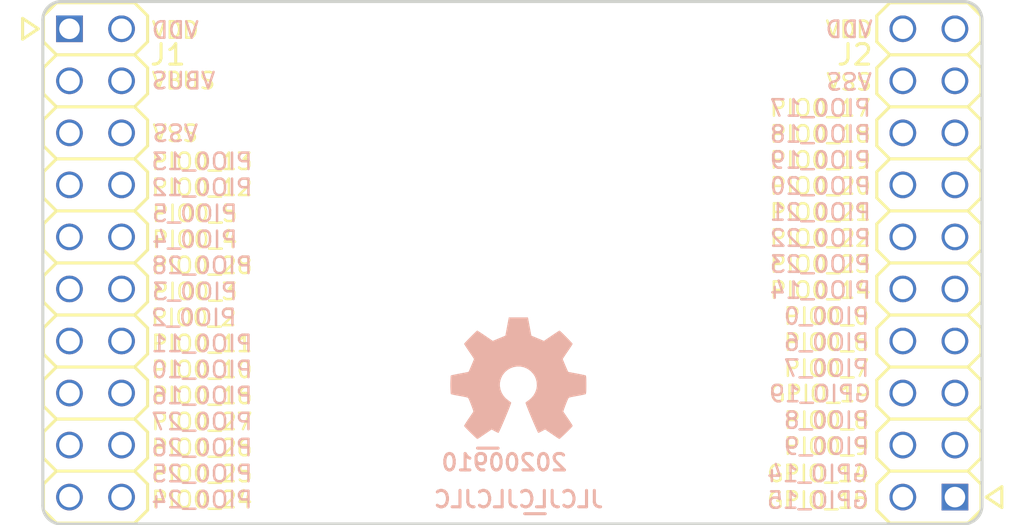
<source format=kicad_pcb>
(kicad_pcb (version 20171130) (host pcbnew 5.1.8-db9833491~87~ubuntu20.04.1)

  (general
    (thickness 1.6)
    (drawings 78)
    (tracks 0)
    (zones 0)
    (modules 5)
    (nets 34)
  )

  (page A4)
  (layers
    (0 F.Cu signal)
    (31 B.Cu signal)
    (32 B.Adhes user)
    (33 F.Adhes user)
    (34 B.Paste user)
    (35 F.Paste user)
    (36 B.SilkS user)
    (37 F.SilkS user)
    (38 B.Mask user)
    (39 F.Mask user)
    (40 Dwgs.User user)
    (41 Cmts.User user)
    (42 Eco1.User user)
    (43 Eco2.User user)
    (44 Edge.Cuts user)
    (45 Margin user)
    (46 B.CrtYd user)
    (47 F.CrtYd user)
    (48 B.Fab user)
    (49 F.Fab user)
  )

  (setup
    (last_trace_width 0.127)
    (user_trace_width 0.15)
    (user_trace_width 0.2)
    (user_trace_width 0.3)
    (user_trace_width 0.4)
    (user_trace_width 0.6)
    (user_trace_width 1)
    (user_trace_width 1.5)
    (user_trace_width 2)
    (trace_clearance 0.127)
    (zone_clearance 0.3)
    (zone_45_only no)
    (trace_min 0.127)
    (via_size 0.6)
    (via_drill 0.3)
    (via_min_size 0.6)
    (via_min_drill 0.3)
    (user_via 0.6 0.3)
    (user_via 0.65 0.4)
    (user_via 0.75 0.6)
    (user_via 0.95 0.8)
    (user_via 1.3 1)
    (user_via 1.5 1.2)
    (user_via 1.7 1.4)
    (user_via 1.9 1.6)
    (uvia_size 0.6)
    (uvia_drill 0.3)
    (uvias_allowed no)
    (uvia_min_size 0.381)
    (uvia_min_drill 0.254)
    (edge_width 0.15)
    (segment_width 0.2)
    (pcb_text_width 0.3)
    (pcb_text_size 1.5 1.5)
    (mod_edge_width 0.15)
    (mod_text_size 0.8 0.8)
    (mod_text_width 0.12)
    (pad_size 0.7 1.8)
    (pad_drill 0)
    (pad_to_mask_clearance 0.1)
    (aux_axis_origin 0 0)
    (visible_elements FFFFFF7F)
    (pcbplotparams
      (layerselection 0x010fc_ffffffff)
      (usegerberextensions false)
      (usegerberattributes false)
      (usegerberadvancedattributes false)
      (creategerberjobfile false)
      (excludeedgelayer false)
      (linewidth 0.150000)
      (plotframeref false)
      (viasonmask false)
      (mode 1)
      (useauxorigin false)
      (hpglpennumber 1)
      (hpglpenspeed 20)
      (hpglpendiameter 15.000000)
      (psnegative false)
      (psa4output false)
      (plotreference true)
      (plotvalue true)
      (plotinvisibletext false)
      (padsonsilk false)
      (subtractmaskfromsilk false)
      (outputformat 1)
      (mirror false)
      (drillshape 0)
      (scaleselection 1)
      (outputdirectory "plots/"))
  )

  (net 0 "")
  (net 1 /VBUS)
  (net 2 /PIO0_24)
  (net 3 /PIO0_25)
  (net 4 /PIO0_26)
  (net 5 /PIO0_27)
  (net 6 /PIO0_16)
  (net 7 /PIO0_10)
  (net 8 /PIO0_11)
  (net 9 /PIO0_2)
  (net 10 /PIO0_3)
  (net 11 /PIO0_28)
  (net 12 /PIO0_4)
  (net 13 /PIO0_5)
  (net 14 /PIO0_12)
  (net 15 /PIO0_13)
  (net 16 /VSS)
  (net 17 /VDD)
  (net 18 /PIO0_18)
  (net 19 /PIO0_17)
  (net 20 /PIO0_20)
  (net 21 /PIO0_19)
  (net 22 /PIO0_22)
  (net 23 /PIO0_21)
  (net 24 /PIO0_14)
  (net 25 /PIO0_23)
  (net 26 /PIO0_6)
  (net 27 /PIO0_0)
  (net 28 /PIO0_7)
  (net 29 /PIO0_9)
  (net 30 /PIO0_8)
  (net 31 /GPIO_19)
  (net 32 /GPIO_15)
  (net 33 /GPIO_14)

  (net_class Default "This is the default net class."
    (clearance 0.127)
    (trace_width 0.127)
    (via_dia 0.6)
    (via_drill 0.3)
    (uvia_dia 0.6)
    (uvia_drill 0.3)
    (add_net /GPIO_14)
    (add_net /GPIO_15)
    (add_net /GPIO_19)
    (add_net /PIO0_0)
    (add_net /PIO0_10)
    (add_net /PIO0_11)
    (add_net /PIO0_12)
    (add_net /PIO0_13)
    (add_net /PIO0_14)
    (add_net /PIO0_16)
    (add_net /PIO0_17)
    (add_net /PIO0_18)
    (add_net /PIO0_19)
    (add_net /PIO0_2)
    (add_net /PIO0_20)
    (add_net /PIO0_21)
    (add_net /PIO0_22)
    (add_net /PIO0_23)
    (add_net /PIO0_24)
    (add_net /PIO0_25)
    (add_net /PIO0_26)
    (add_net /PIO0_27)
    (add_net /PIO0_28)
    (add_net /PIO0_3)
    (add_net /PIO0_4)
    (add_net /PIO0_5)
    (add_net /PIO0_6)
    (add_net /PIO0_7)
    (add_net /PIO0_8)
    (add_net /PIO0_9)
    (add_net /VBUS)
    (add_net /VDD)
    (add_net /VSS)
  )

  (module SquantorLabels:Label_Generic (layer B.Cu) (tedit 5D8A7D4C) (tstamp 5D89B8A1)
    (at 83.9 96)
    (descr "Label for general purpose use")
    (tags Label)
    (path /5D6A68B9)
    (attr smd)
    (fp_text reference N2 (at 0 -1.85) (layer B.Fab) hide
      (effects (font (size 1 1) (thickness 0.15)) (justify mirror))
    )
    (fp_text value 20200910 (at 0.8 0.1) (layer B.SilkS)
      (effects (font (size 0.8 0.8) (thickness 0.15)) (justify mirror))
    )
    (fp_line (start -0.5 -0.6) (end 0.5 -0.6) (layer B.SilkS) (width 0.15))
  )

  (module Symbol:OSHW-Symbol_6.7x6mm_SilkScreen (layer B.Cu) (tedit 0) (tstamp 5D89B895)
    (at 85.4 92 180)
    (descr "Open Source Hardware Symbol")
    (tags "Logo Symbol OSHW")
    (path /5A135869)
    (attr virtual)
    (fp_text reference N1 (at 0 0) (layer B.SilkS) hide
      (effects (font (size 1 1) (thickness 0.15)) (justify mirror))
    )
    (fp_text value OHWLOGO (at 0.75 0) (layer B.Fab) hide
      (effects (font (size 1 1) (thickness 0.15)) (justify mirror))
    )
    (fp_poly (pts (xy 0.555814 2.531069) (xy 0.639635 2.086445) (xy 0.94892 1.958947) (xy 1.258206 1.831449)
      (xy 1.629246 2.083754) (xy 1.733157 2.154004) (xy 1.827087 2.216728) (xy 1.906652 2.269062)
      (xy 1.96747 2.308143) (xy 2.005157 2.331107) (xy 2.015421 2.336058) (xy 2.03391 2.323324)
      (xy 2.07342 2.288118) (xy 2.129522 2.234938) (xy 2.197787 2.168282) (xy 2.273786 2.092646)
      (xy 2.353092 2.012528) (xy 2.431275 1.932426) (xy 2.503907 1.856836) (xy 2.566559 1.790255)
      (xy 2.614803 1.737182) (xy 2.64421 1.702113) (xy 2.651241 1.690377) (xy 2.641123 1.66874)
      (xy 2.612759 1.621338) (xy 2.569129 1.552807) (xy 2.513218 1.467785) (xy 2.448006 1.370907)
      (xy 2.410219 1.31565) (xy 2.341343 1.214752) (xy 2.28014 1.123701) (xy 2.229578 1.04703)
      (xy 2.192628 0.989272) (xy 2.172258 0.954957) (xy 2.169197 0.947746) (xy 2.176136 0.927252)
      (xy 2.195051 0.879487) (xy 2.223087 0.811168) (xy 2.257391 0.729011) (xy 2.295109 0.63973)
      (xy 2.333387 0.550042) (xy 2.36937 0.466662) (xy 2.400206 0.396306) (xy 2.423039 0.34569)
      (xy 2.435017 0.321529) (xy 2.435724 0.320578) (xy 2.454531 0.315964) (xy 2.504618 0.305672)
      (xy 2.580793 0.290713) (xy 2.677865 0.272099) (xy 2.790643 0.250841) (xy 2.856442 0.238582)
      (xy 2.97695 0.215638) (xy 3.085797 0.193805) (xy 3.177476 0.174278) (xy 3.246481 0.158252)
      (xy 3.287304 0.146921) (xy 3.295511 0.143326) (xy 3.303548 0.118994) (xy 3.310033 0.064041)
      (xy 3.31497 -0.015108) (xy 3.318364 -0.112026) (xy 3.320218 -0.220287) (xy 3.320538 -0.333465)
      (xy 3.319327 -0.445135) (xy 3.31659 -0.548868) (xy 3.312331 -0.638241) (xy 3.306555 -0.706826)
      (xy 3.299267 -0.748197) (xy 3.294895 -0.75681) (xy 3.268764 -0.767133) (xy 3.213393 -0.781892)
      (xy 3.136107 -0.799352) (xy 3.04423 -0.81778) (xy 3.012158 -0.823741) (xy 2.857524 -0.852066)
      (xy 2.735375 -0.874876) (xy 2.641673 -0.89308) (xy 2.572384 -0.907583) (xy 2.523471 -0.919292)
      (xy 2.490897 -0.929115) (xy 2.470628 -0.937956) (xy 2.458626 -0.946724) (xy 2.456947 -0.948457)
      (xy 2.440184 -0.976371) (xy 2.414614 -1.030695) (xy 2.382788 -1.104777) (xy 2.34726 -1.191965)
      (xy 2.310583 -1.285608) (xy 2.275311 -1.379052) (xy 2.243996 -1.465647) (xy 2.219193 -1.53874)
      (xy 2.203454 -1.591678) (xy 2.199332 -1.617811) (xy 2.199676 -1.618726) (xy 2.213641 -1.640086)
      (xy 2.245322 -1.687084) (xy 2.291391 -1.754827) (xy 2.348518 -1.838423) (xy 2.413373 -1.932982)
      (xy 2.431843 -1.959854) (xy 2.497699 -2.057275) (xy 2.55565 -2.146163) (xy 2.602538 -2.221412)
      (xy 2.635207 -2.27792) (xy 2.6505 -2.310581) (xy 2.651241 -2.314593) (xy 2.638392 -2.335684)
      (xy 2.602888 -2.377464) (xy 2.549293 -2.435445) (xy 2.482171 -2.505135) (xy 2.406087 -2.582045)
      (xy 2.325604 -2.661683) (xy 2.245287 -2.739561) (xy 2.169699 -2.811186) (xy 2.103405 -2.87207)
      (xy 2.050969 -2.917721) (xy 2.016955 -2.94365) (xy 2.007545 -2.947883) (xy 1.985643 -2.937912)
      (xy 1.9408 -2.91102) (xy 1.880321 -2.871736) (xy 1.833789 -2.840117) (xy 1.749475 -2.782098)
      (xy 1.649626 -2.713784) (xy 1.549473 -2.645579) (xy 1.495627 -2.609075) (xy 1.313371 -2.4858)
      (xy 1.160381 -2.56852) (xy 1.090682 -2.604759) (xy 1.031414 -2.632926) (xy 0.991311 -2.648991)
      (xy 0.981103 -2.651226) (xy 0.968829 -2.634722) (xy 0.944613 -2.588082) (xy 0.910263 -2.515609)
      (xy 0.867588 -2.421606) (xy 0.818394 -2.310374) (xy 0.76449 -2.186215) (xy 0.707684 -2.053432)
      (xy 0.649782 -1.916327) (xy 0.592593 -1.779202) (xy 0.537924 -1.646358) (xy 0.487584 -1.522098)
      (xy 0.44338 -1.410725) (xy 0.407119 -1.316539) (xy 0.380609 -1.243844) (xy 0.365658 -1.196941)
      (xy 0.363254 -1.180833) (xy 0.382311 -1.160286) (xy 0.424036 -1.126933) (xy 0.479706 -1.087702)
      (xy 0.484378 -1.084599) (xy 0.628264 -0.969423) (xy 0.744283 -0.835053) (xy 0.83143 -0.685784)
      (xy 0.888699 -0.525913) (xy 0.915086 -0.359737) (xy 0.909585 -0.191552) (xy 0.87119 -0.025655)
      (xy 0.798895 0.133658) (xy 0.777626 0.168513) (xy 0.666996 0.309263) (xy 0.536302 0.422286)
      (xy 0.390064 0.506997) (xy 0.232808 0.562806) (xy 0.069057 0.589126) (xy -0.096667 0.58537)
      (xy -0.259838 0.55095) (xy -0.415935 0.485277) (xy -0.560433 0.387765) (xy -0.605131 0.348187)
      (xy -0.718888 0.224297) (xy -0.801782 0.093876) (xy -0.858644 -0.052315) (xy -0.890313 -0.197088)
      (xy -0.898131 -0.35986) (xy -0.872062 -0.52344) (xy -0.814755 -0.682298) (xy -0.728856 -0.830906)
      (xy -0.617014 -0.963735) (xy -0.481877 -1.075256) (xy -0.464117 -1.087011) (xy -0.40785 -1.125508)
      (xy -0.365077 -1.158863) (xy -0.344628 -1.18016) (xy -0.344331 -1.180833) (xy -0.348721 -1.203871)
      (xy -0.366124 -1.256157) (xy -0.394732 -1.33339) (xy -0.432735 -1.431268) (xy -0.478326 -1.545491)
      (xy -0.529697 -1.671758) (xy -0.585038 -1.805767) (xy -0.642542 -1.943218) (xy -0.700399 -2.079808)
      (xy -0.756802 -2.211237) (xy -0.809942 -2.333205) (xy -0.85801 -2.441409) (xy -0.899199 -2.531549)
      (xy -0.931699 -2.599323) (xy -0.953703 -2.64043) (xy -0.962564 -2.651226) (xy -0.98964 -2.642819)
      (xy -1.040303 -2.620272) (xy -1.105817 -2.587613) (xy -1.141841 -2.56852) (xy -1.294832 -2.4858)
      (xy -1.477088 -2.609075) (xy -1.570125 -2.672228) (xy -1.671985 -2.741727) (xy -1.767438 -2.807165)
      (xy -1.81525 -2.840117) (xy -1.882495 -2.885273) (xy -1.939436 -2.921057) (xy -1.978646 -2.942938)
      (xy -1.991381 -2.947563) (xy -2.009917 -2.935085) (xy -2.050941 -2.900252) (xy -2.110475 -2.846678)
      (xy -2.184542 -2.777983) (xy -2.269165 -2.697781) (xy -2.322685 -2.646286) (xy -2.416319 -2.554286)
      (xy -2.497241 -2.471999) (xy -2.562177 -2.402945) (xy -2.607858 -2.350644) (xy -2.631011 -2.318616)
      (xy -2.633232 -2.312116) (xy -2.622924 -2.287394) (xy -2.594439 -2.237405) (xy -2.550937 -2.167212)
      (xy -2.495577 -2.081875) (xy -2.43152 -1.986456) (xy -2.413303 -1.959854) (xy -2.346927 -1.863167)
      (xy -2.287378 -1.776117) (xy -2.237984 -1.703595) (xy -2.202075 -1.650493) (xy -2.182981 -1.621703)
      (xy -2.181136 -1.618726) (xy -2.183895 -1.595782) (xy -2.198538 -1.545336) (xy -2.222513 -1.474041)
      (xy -2.253266 -1.388547) (xy -2.288244 -1.295507) (xy -2.324893 -1.201574) (xy -2.360661 -1.113399)
      (xy -2.392994 -1.037634) (xy -2.419338 -0.980931) (xy -2.437142 -0.949943) (xy -2.438407 -0.948457)
      (xy -2.449294 -0.939601) (xy -2.467682 -0.930843) (xy -2.497606 -0.921277) (xy -2.543103 -0.909996)
      (xy -2.608209 -0.896093) (xy -2.696961 -0.878663) (xy -2.813393 -0.856798) (xy -2.961542 -0.829591)
      (xy -2.993618 -0.823741) (xy -3.088686 -0.805374) (xy -3.171565 -0.787405) (xy -3.23493 -0.771569)
      (xy -3.271458 -0.7596) (xy -3.276356 -0.75681) (xy -3.284427 -0.732072) (xy -3.290987 -0.67679)
      (xy -3.296033 -0.597389) (xy -3.299559 -0.500296) (xy -3.301561 -0.391938) (xy -3.302036 -0.27874)
      (xy -3.300977 -0.167128) (xy -3.298382 -0.063529) (xy -3.294246 0.025632) (xy -3.288563 0.093928)
      (xy -3.281331 0.134934) (xy -3.276971 0.143326) (xy -3.252698 0.151792) (xy -3.197426 0.165565)
      (xy -3.116662 0.18345) (xy -3.015912 0.204252) (xy -2.900683 0.226777) (xy -2.837902 0.238582)
      (xy -2.718787 0.260849) (xy -2.612565 0.281021) (xy -2.524427 0.298085) (xy -2.459566 0.311031)
      (xy -2.423174 0.318845) (xy -2.417184 0.320578) (xy -2.407061 0.34011) (xy -2.385662 0.387157)
      (xy -2.355839 0.454997) (xy -2.320445 0.536909) (xy -2.282332 0.626172) (xy -2.244353 0.716065)
      (xy -2.20936 0.799865) (xy -2.180206 0.870853) (xy -2.159743 0.922306) (xy -2.150823 0.947503)
      (xy -2.150657 0.948604) (xy -2.160769 0.968481) (xy -2.189117 1.014223) (xy -2.232723 1.081283)
      (xy -2.288606 1.165116) (xy -2.353787 1.261174) (xy -2.391679 1.31635) (xy -2.460725 1.417519)
      (xy -2.52205 1.50937) (xy -2.572663 1.587256) (xy -2.609571 1.646531) (xy -2.629782 1.682549)
      (xy -2.632701 1.690623) (xy -2.620153 1.709416) (xy -2.585463 1.749543) (xy -2.533063 1.806507)
      (xy -2.467384 1.875815) (xy -2.392856 1.952969) (xy -2.313913 2.033475) (xy -2.234983 2.112837)
      (xy -2.1605 2.18656) (xy -2.094894 2.250148) (xy -2.042596 2.299106) (xy -2.008039 2.328939)
      (xy -1.996478 2.336058) (xy -1.977654 2.326047) (xy -1.932631 2.297922) (xy -1.865787 2.254546)
      (xy -1.781499 2.198782) (xy -1.684144 2.133494) (xy -1.610707 2.083754) (xy -1.239667 1.831449)
      (xy -0.621095 2.086445) (xy -0.537275 2.531069) (xy -0.453454 2.975693) (xy 0.471994 2.975693)
      (xy 0.555814 2.531069)) (layer B.SilkS) (width 0.01))
  )

  (module SquantorConnectors:Header-0254-2X10-H010 (layer F.Cu) (tedit 5D87C4C2) (tstamp 5F2AA098)
    (at 105.41 86.36 90)
    (descr "PIN HEADER")
    (tags "PIN HEADER")
    (path /5F2AD81B)
    (attr virtual)
    (fp_text reference J2 (at 10.16 -3.61 180) (layer F.SilkS)
      (effects (font (size 1 1) (thickness 0.15)))
    )
    (fp_text value nuclone_small_right (at 0 3.81 90) (layer F.Fab)
      (effects (font (size 1 1) (thickness 0.15)))
    )
    (fp_line (start -12.7 1.905) (end -12.065 2.54) (layer F.SilkS) (width 0.15))
    (fp_line (start -10.795 2.54) (end -10.16 1.905) (layer F.SilkS) (width 0.15))
    (fp_line (start -10.16 1.905) (end -9.525 2.54) (layer F.SilkS) (width 0.15))
    (fp_line (start -8.255 2.54) (end -7.62 1.905) (layer F.SilkS) (width 0.15))
    (fp_line (start -7.62 1.905) (end -6.985 2.54) (layer F.SilkS) (width 0.15))
    (fp_line (start -5.715 2.54) (end -5.08 1.905) (layer F.SilkS) (width 0.15))
    (fp_line (start -5.08 1.905) (end -4.445 2.54) (layer F.SilkS) (width 0.15))
    (fp_line (start -3.175 2.54) (end -2.54 1.905) (layer F.SilkS) (width 0.15))
    (fp_line (start -2.54 1.905) (end -1.905 2.54) (layer F.SilkS) (width 0.15))
    (fp_line (start -0.635 2.54) (end 0 1.905) (layer F.SilkS) (width 0.15))
    (fp_line (start 0 1.905) (end 0.635 2.54) (layer F.SilkS) (width 0.15))
    (fp_line (start 1.905 2.54) (end 2.54 1.905) (layer F.SilkS) (width 0.15))
    (fp_line (start -12.7 1.905) (end -12.7 -1.905) (layer F.SilkS) (width 0.15))
    (fp_line (start -12.7 -1.905) (end -12.065 -2.54) (layer F.SilkS) (width 0.15))
    (fp_line (start -12.065 -2.54) (end -10.795 -2.54) (layer F.SilkS) (width 0.15))
    (fp_line (start -10.795 -2.54) (end -10.16 -1.905) (layer F.SilkS) (width 0.15))
    (fp_line (start -10.16 -1.905) (end -9.525 -2.54) (layer F.SilkS) (width 0.15))
    (fp_line (start -9.525 -2.54) (end -8.255 -2.54) (layer F.SilkS) (width 0.15))
    (fp_line (start -8.255 -2.54) (end -7.62 -1.905) (layer F.SilkS) (width 0.15))
    (fp_line (start -7.62 -1.905) (end -6.985 -2.54) (layer F.SilkS) (width 0.15))
    (fp_line (start -6.985 -2.54) (end -5.715 -2.54) (layer F.SilkS) (width 0.15))
    (fp_line (start -5.715 -2.54) (end -5.08 -1.905) (layer F.SilkS) (width 0.15))
    (fp_line (start -5.08 -1.905) (end -4.445 -2.54) (layer F.SilkS) (width 0.15))
    (fp_line (start -4.445 -2.54) (end -3.175 -2.54) (layer F.SilkS) (width 0.15))
    (fp_line (start -3.175 -2.54) (end -2.54 -1.905) (layer F.SilkS) (width 0.15))
    (fp_line (start -2.54 -1.905) (end -1.905 -2.54) (layer F.SilkS) (width 0.15))
    (fp_line (start -1.905 -2.54) (end -0.635 -2.54) (layer F.SilkS) (width 0.15))
    (fp_line (start -0.635 -2.54) (end 0 -1.905) (layer F.SilkS) (width 0.15))
    (fp_line (start 0 -1.905) (end 0.635 -2.54) (layer F.SilkS) (width 0.15))
    (fp_line (start 0.635 -2.54) (end 1.905 -2.54) (layer F.SilkS) (width 0.15))
    (fp_line (start 1.905 -2.54) (end 2.54 -1.905) (layer F.SilkS) (width 0.15))
    (fp_line (start 2.54 -1.905) (end 3.175 -2.54) (layer F.SilkS) (width 0.15))
    (fp_line (start 3.175 -2.54) (end 4.445 -2.54) (layer F.SilkS) (width 0.15))
    (fp_line (start 4.445 -2.54) (end 5.08 -1.905) (layer F.SilkS) (width 0.15))
    (fp_line (start 5.08 -1.905) (end 5.715 -2.54) (layer F.SilkS) (width 0.15))
    (fp_line (start 5.715 -2.54) (end 6.985 -2.54) (layer F.SilkS) (width 0.15))
    (fp_line (start 6.985 -2.54) (end 7.62 -1.905) (layer F.SilkS) (width 0.15))
    (fp_line (start 7.62 -1.905) (end 8.255 -2.54) (layer F.SilkS) (width 0.15))
    (fp_line (start 8.255 -2.54) (end 9.525 -2.54) (layer F.SilkS) (width 0.15))
    (fp_line (start 9.525 -2.54) (end 10.16 -1.905) (layer F.SilkS) (width 0.15))
    (fp_line (start 10.16 1.905) (end 9.525 2.54) (layer F.SilkS) (width 0.15))
    (fp_line (start 7.62 1.905) (end 8.255 2.54) (layer F.SilkS) (width 0.15))
    (fp_line (start 7.62 1.905) (end 6.985 2.54) (layer F.SilkS) (width 0.15))
    (fp_line (start 5.08 1.905) (end 5.715 2.54) (layer F.SilkS) (width 0.15))
    (fp_line (start 5.08 1.905) (end 4.445 2.54) (layer F.SilkS) (width 0.15))
    (fp_line (start 2.54 1.905) (end 3.175 2.54) (layer F.SilkS) (width 0.15))
    (fp_line (start -10.16 -1.905) (end -10.16 1.905) (layer F.SilkS) (width 0.15))
    (fp_line (start -7.62 -1.905) (end -7.62 1.905) (layer F.SilkS) (width 0.15))
    (fp_line (start -5.08 -1.905) (end -5.08 1.905) (layer F.SilkS) (width 0.15))
    (fp_line (start -2.54 -1.905) (end -2.54 1.905) (layer F.SilkS) (width 0.15))
    (fp_line (start 0 -1.905) (end 0 1.905) (layer F.SilkS) (width 0.15))
    (fp_line (start 2.54 -1.905) (end 2.54 1.905) (layer F.SilkS) (width 0.15))
    (fp_line (start 5.08 -1.905) (end 5.08 1.905) (layer F.SilkS) (width 0.15))
    (fp_line (start 7.62 -1.905) (end 7.62 1.905) (layer F.SilkS) (width 0.15))
    (fp_line (start 10.16 -1.905) (end 10.16 1.905) (layer F.SilkS) (width 0.15))
    (fp_line (start 8.255 2.54) (end 9.525 2.54) (layer F.SilkS) (width 0.15))
    (fp_line (start 5.715 2.54) (end 6.985 2.54) (layer F.SilkS) (width 0.15))
    (fp_line (start 3.175 2.54) (end 4.445 2.54) (layer F.SilkS) (width 0.15))
    (fp_line (start 0.635 2.54) (end 1.905 2.54) (layer F.SilkS) (width 0.15))
    (fp_line (start -1.905 2.54) (end -0.635 2.54) (layer F.SilkS) (width 0.15))
    (fp_line (start -4.445 2.54) (end -3.175 2.54) (layer F.SilkS) (width 0.15))
    (fp_line (start -6.985 2.54) (end -5.715 2.54) (layer F.SilkS) (width 0.15))
    (fp_line (start -9.525 2.54) (end -8.255 2.54) (layer F.SilkS) (width 0.15))
    (fp_line (start -12.065 2.54) (end -10.795 2.54) (layer F.SilkS) (width 0.15))
    (fp_line (start 10.16 -1.905) (end 10.795 -2.54) (layer F.SilkS) (width 0.15))
    (fp_line (start 10.795 -2.54) (end 12.065 -2.54) (layer F.SilkS) (width 0.15))
    (fp_line (start 12.065 -2.54) (end 12.7 -1.905) (layer F.SilkS) (width 0.15))
    (fp_line (start 12.7 1.905) (end 12.065 2.54) (layer F.SilkS) (width 0.15))
    (fp_line (start 10.16 1.905) (end 10.795 2.54) (layer F.SilkS) (width 0.15))
    (fp_line (start 12.7 -1.905) (end 12.7 1.905) (layer F.SilkS) (width 0.15))
    (fp_line (start 10.795 2.54) (end 12.065 2.54) (layer F.SilkS) (width 0.15))
    (fp_line (start -11.43 2.794) (end -11.938 3.556) (layer F.SilkS) (width 0.15))
    (fp_line (start -11.938 3.556) (end -10.922 3.556) (layer F.SilkS) (width 0.15))
    (fp_line (start -10.922 3.556) (end -11.43 2.794) (layer F.SilkS) (width 0.15))
    (pad 20 thru_hole circle (at 11.43 -1.27 90) (size 1.3 1.3) (drill 1) (layers *.Cu *.Mask)
      (net 17 /VDD))
    (pad 19 thru_hole circle (at 11.43 1.27 90) (size 1.3 1.3) (drill 1) (layers *.Cu *.Mask)
      (net 17 /VDD))
    (pad 18 thru_hole circle (at 8.89 -1.27 90) (size 1.3 1.3) (drill 1) (layers *.Cu *.Mask)
      (net 16 /VSS))
    (pad 17 thru_hole circle (at 8.89 1.27 90) (size 1.3 1.3) (drill 1) (layers *.Cu *.Mask)
      (net 16 /VSS))
    (pad 16 thru_hole circle (at 6.35 -1.27 90) (size 1.3 1.3) (drill 1) (layers *.Cu *.Mask)
      (net 18 /PIO0_18))
    (pad 15 thru_hole circle (at 6.35 1.27 90) (size 1.3 1.3) (drill 1) (layers *.Cu *.Mask)
      (net 19 /PIO0_17))
    (pad 14 thru_hole circle (at 3.81 -1.27 90) (size 1.3 1.3) (drill 1) (layers *.Cu *.Mask)
      (net 20 /PIO0_20))
    (pad 13 thru_hole circle (at 3.81 1.27 90) (size 1.3 1.3) (drill 1) (layers *.Cu *.Mask)
      (net 21 /PIO0_19))
    (pad 12 thru_hole circle (at 1.27 -1.27 90) (size 1.3 1.3) (drill 1) (layers *.Cu *.Mask)
      (net 22 /PIO0_22))
    (pad 11 thru_hole circle (at 1.27 1.27 90) (size 1.3 1.3) (drill 1) (layers *.Cu *.Mask)
      (net 23 /PIO0_21))
    (pad 10 thru_hole circle (at -1.27 -1.27 90) (size 1.3 1.3) (drill 1) (layers *.Cu *.Mask)
      (net 24 /PIO0_14))
    (pad 9 thru_hole circle (at -1.27 1.27 90) (size 1.3 1.3) (drill 1) (layers *.Cu *.Mask)
      (net 25 /PIO0_23))
    (pad 8 thru_hole circle (at -3.81 -1.27 90) (size 1.3 1.3) (drill 1) (layers *.Cu *.Mask)
      (net 26 /PIO0_6))
    (pad 7 thru_hole circle (at -3.81 1.27 90) (size 1.3 1.3) (drill 1) (layers *.Cu *.Mask)
      (net 27 /PIO0_0))
    (pad 6 thru_hole circle (at -6.35 -1.27 90) (size 1.3 1.3) (drill 1) (layers *.Cu *.Mask)
      (net 31 /GPIO_19))
    (pad 5 thru_hole circle (at -6.35 1.27 90) (size 1.3 1.3) (drill 1) (layers *.Cu *.Mask)
      (net 28 /PIO0_7))
    (pad 4 thru_hole circle (at -8.89 -1.27 90) (size 1.3 1.3) (drill 1) (layers *.Cu *.Mask)
      (net 29 /PIO0_9))
    (pad 3 thru_hole circle (at -8.89 1.27 90) (size 1.3 1.3) (drill 1) (layers *.Cu *.Mask)
      (net 30 /PIO0_8))
    (pad 2 thru_hole circle (at -11.43 -1.27 90) (size 1.3 1.3) (drill 1) (layers *.Cu *.Mask)
      (net 32 /GPIO_15))
    (pad 1 thru_hole rect (at -11.43 1.27 90) (size 1.3 1.3) (drill 1) (layers *.Cu *.Mask)
      (net 33 /GPIO_14))
    (model ${KISYS3DMOD}/Connector_PinHeader_2.54mm.3dshapes/PinHeader_2x10_P2.54mm_Vertical.step
      (offset (xyz -11.43 -1.27 0))
      (scale (xyz 1 1 1))
      (rotate (xyz 0 0 -90))
    )
  )

  (module SquantorConnectors:Header-0254-2X10-H010 (layer F.Cu) (tedit 5D87C4C2) (tstamp 5F2AA036)
    (at 64.77 86.36 270)
    (descr "PIN HEADER")
    (tags "PIN HEADER")
    (path /5F2AC8A4)
    (attr virtual)
    (fp_text reference J1 (at -10.16 -3.53 180) (layer F.SilkS)
      (effects (font (size 1 1) (thickness 0.15)))
    )
    (fp_text value nuclone_small_left (at 0 3.81 90) (layer F.Fab)
      (effects (font (size 1 1) (thickness 0.15)))
    )
    (fp_line (start -12.7 1.905) (end -12.065 2.54) (layer F.SilkS) (width 0.15))
    (fp_line (start -10.795 2.54) (end -10.16 1.905) (layer F.SilkS) (width 0.15))
    (fp_line (start -10.16 1.905) (end -9.525 2.54) (layer F.SilkS) (width 0.15))
    (fp_line (start -8.255 2.54) (end -7.62 1.905) (layer F.SilkS) (width 0.15))
    (fp_line (start -7.62 1.905) (end -6.985 2.54) (layer F.SilkS) (width 0.15))
    (fp_line (start -5.715 2.54) (end -5.08 1.905) (layer F.SilkS) (width 0.15))
    (fp_line (start -5.08 1.905) (end -4.445 2.54) (layer F.SilkS) (width 0.15))
    (fp_line (start -3.175 2.54) (end -2.54 1.905) (layer F.SilkS) (width 0.15))
    (fp_line (start -2.54 1.905) (end -1.905 2.54) (layer F.SilkS) (width 0.15))
    (fp_line (start -0.635 2.54) (end 0 1.905) (layer F.SilkS) (width 0.15))
    (fp_line (start 0 1.905) (end 0.635 2.54) (layer F.SilkS) (width 0.15))
    (fp_line (start 1.905 2.54) (end 2.54 1.905) (layer F.SilkS) (width 0.15))
    (fp_line (start -12.7 1.905) (end -12.7 -1.905) (layer F.SilkS) (width 0.15))
    (fp_line (start -12.7 -1.905) (end -12.065 -2.54) (layer F.SilkS) (width 0.15))
    (fp_line (start -12.065 -2.54) (end -10.795 -2.54) (layer F.SilkS) (width 0.15))
    (fp_line (start -10.795 -2.54) (end -10.16 -1.905) (layer F.SilkS) (width 0.15))
    (fp_line (start -10.16 -1.905) (end -9.525 -2.54) (layer F.SilkS) (width 0.15))
    (fp_line (start -9.525 -2.54) (end -8.255 -2.54) (layer F.SilkS) (width 0.15))
    (fp_line (start -8.255 -2.54) (end -7.62 -1.905) (layer F.SilkS) (width 0.15))
    (fp_line (start -7.62 -1.905) (end -6.985 -2.54) (layer F.SilkS) (width 0.15))
    (fp_line (start -6.985 -2.54) (end -5.715 -2.54) (layer F.SilkS) (width 0.15))
    (fp_line (start -5.715 -2.54) (end -5.08 -1.905) (layer F.SilkS) (width 0.15))
    (fp_line (start -5.08 -1.905) (end -4.445 -2.54) (layer F.SilkS) (width 0.15))
    (fp_line (start -4.445 -2.54) (end -3.175 -2.54) (layer F.SilkS) (width 0.15))
    (fp_line (start -3.175 -2.54) (end -2.54 -1.905) (layer F.SilkS) (width 0.15))
    (fp_line (start -2.54 -1.905) (end -1.905 -2.54) (layer F.SilkS) (width 0.15))
    (fp_line (start -1.905 -2.54) (end -0.635 -2.54) (layer F.SilkS) (width 0.15))
    (fp_line (start -0.635 -2.54) (end 0 -1.905) (layer F.SilkS) (width 0.15))
    (fp_line (start 0 -1.905) (end 0.635 -2.54) (layer F.SilkS) (width 0.15))
    (fp_line (start 0.635 -2.54) (end 1.905 -2.54) (layer F.SilkS) (width 0.15))
    (fp_line (start 1.905 -2.54) (end 2.54 -1.905) (layer F.SilkS) (width 0.15))
    (fp_line (start 2.54 -1.905) (end 3.175 -2.54) (layer F.SilkS) (width 0.15))
    (fp_line (start 3.175 -2.54) (end 4.445 -2.54) (layer F.SilkS) (width 0.15))
    (fp_line (start 4.445 -2.54) (end 5.08 -1.905) (layer F.SilkS) (width 0.15))
    (fp_line (start 5.08 -1.905) (end 5.715 -2.54) (layer F.SilkS) (width 0.15))
    (fp_line (start 5.715 -2.54) (end 6.985 -2.54) (layer F.SilkS) (width 0.15))
    (fp_line (start 6.985 -2.54) (end 7.62 -1.905) (layer F.SilkS) (width 0.15))
    (fp_line (start 7.62 -1.905) (end 8.255 -2.54) (layer F.SilkS) (width 0.15))
    (fp_line (start 8.255 -2.54) (end 9.525 -2.54) (layer F.SilkS) (width 0.15))
    (fp_line (start 9.525 -2.54) (end 10.16 -1.905) (layer F.SilkS) (width 0.15))
    (fp_line (start 10.16 1.905) (end 9.525 2.54) (layer F.SilkS) (width 0.15))
    (fp_line (start 7.62 1.905) (end 8.255 2.54) (layer F.SilkS) (width 0.15))
    (fp_line (start 7.62 1.905) (end 6.985 2.54) (layer F.SilkS) (width 0.15))
    (fp_line (start 5.08 1.905) (end 5.715 2.54) (layer F.SilkS) (width 0.15))
    (fp_line (start 5.08 1.905) (end 4.445 2.54) (layer F.SilkS) (width 0.15))
    (fp_line (start 2.54 1.905) (end 3.175 2.54) (layer F.SilkS) (width 0.15))
    (fp_line (start -10.16 -1.905) (end -10.16 1.905) (layer F.SilkS) (width 0.15))
    (fp_line (start -7.62 -1.905) (end -7.62 1.905) (layer F.SilkS) (width 0.15))
    (fp_line (start -5.08 -1.905) (end -5.08 1.905) (layer F.SilkS) (width 0.15))
    (fp_line (start -2.54 -1.905) (end -2.54 1.905) (layer F.SilkS) (width 0.15))
    (fp_line (start 0 -1.905) (end 0 1.905) (layer F.SilkS) (width 0.15))
    (fp_line (start 2.54 -1.905) (end 2.54 1.905) (layer F.SilkS) (width 0.15))
    (fp_line (start 5.08 -1.905) (end 5.08 1.905) (layer F.SilkS) (width 0.15))
    (fp_line (start 7.62 -1.905) (end 7.62 1.905) (layer F.SilkS) (width 0.15))
    (fp_line (start 10.16 -1.905) (end 10.16 1.905) (layer F.SilkS) (width 0.15))
    (fp_line (start 8.255 2.54) (end 9.525 2.54) (layer F.SilkS) (width 0.15))
    (fp_line (start 5.715 2.54) (end 6.985 2.54) (layer F.SilkS) (width 0.15))
    (fp_line (start 3.175 2.54) (end 4.445 2.54) (layer F.SilkS) (width 0.15))
    (fp_line (start 0.635 2.54) (end 1.905 2.54) (layer F.SilkS) (width 0.15))
    (fp_line (start -1.905 2.54) (end -0.635 2.54) (layer F.SilkS) (width 0.15))
    (fp_line (start -4.445 2.54) (end -3.175 2.54) (layer F.SilkS) (width 0.15))
    (fp_line (start -6.985 2.54) (end -5.715 2.54) (layer F.SilkS) (width 0.15))
    (fp_line (start -9.525 2.54) (end -8.255 2.54) (layer F.SilkS) (width 0.15))
    (fp_line (start -12.065 2.54) (end -10.795 2.54) (layer F.SilkS) (width 0.15))
    (fp_line (start 10.16 -1.905) (end 10.795 -2.54) (layer F.SilkS) (width 0.15))
    (fp_line (start 10.795 -2.54) (end 12.065 -2.54) (layer F.SilkS) (width 0.15))
    (fp_line (start 12.065 -2.54) (end 12.7 -1.905) (layer F.SilkS) (width 0.15))
    (fp_line (start 12.7 1.905) (end 12.065 2.54) (layer F.SilkS) (width 0.15))
    (fp_line (start 10.16 1.905) (end 10.795 2.54) (layer F.SilkS) (width 0.15))
    (fp_line (start 12.7 -1.905) (end 12.7 1.905) (layer F.SilkS) (width 0.15))
    (fp_line (start 10.795 2.54) (end 12.065 2.54) (layer F.SilkS) (width 0.15))
    (fp_line (start -11.43 2.794) (end -11.938 3.556) (layer F.SilkS) (width 0.15))
    (fp_line (start -11.938 3.556) (end -10.922 3.556) (layer F.SilkS) (width 0.15))
    (fp_line (start -10.922 3.556) (end -11.43 2.794) (layer F.SilkS) (width 0.15))
    (pad 20 thru_hole circle (at 11.43 -1.27 270) (size 1.3 1.3) (drill 1) (layers *.Cu *.Mask)
      (net 2 /PIO0_24))
    (pad 19 thru_hole circle (at 11.43 1.27 270) (size 1.3 1.3) (drill 1) (layers *.Cu *.Mask)
      (net 3 /PIO0_25))
    (pad 18 thru_hole circle (at 8.89 -1.27 270) (size 1.3 1.3) (drill 1) (layers *.Cu *.Mask)
      (net 4 /PIO0_26))
    (pad 17 thru_hole circle (at 8.89 1.27 270) (size 1.3 1.3) (drill 1) (layers *.Cu *.Mask)
      (net 5 /PIO0_27))
    (pad 16 thru_hole circle (at 6.35 -1.27 270) (size 1.3 1.3) (drill 1) (layers *.Cu *.Mask)
      (net 6 /PIO0_16))
    (pad 15 thru_hole circle (at 6.35 1.27 270) (size 1.3 1.3) (drill 1) (layers *.Cu *.Mask)
      (net 7 /PIO0_10))
    (pad 14 thru_hole circle (at 3.81 -1.27 270) (size 1.3 1.3) (drill 1) (layers *.Cu *.Mask)
      (net 8 /PIO0_11))
    (pad 13 thru_hole circle (at 3.81 1.27 270) (size 1.3 1.3) (drill 1) (layers *.Cu *.Mask)
      (net 9 /PIO0_2))
    (pad 12 thru_hole circle (at 1.27 -1.27 270) (size 1.3 1.3) (drill 1) (layers *.Cu *.Mask)
      (net 10 /PIO0_3))
    (pad 11 thru_hole circle (at 1.27 1.27 270) (size 1.3 1.3) (drill 1) (layers *.Cu *.Mask)
      (net 11 /PIO0_28))
    (pad 10 thru_hole circle (at -1.27 -1.27 270) (size 1.3 1.3) (drill 1) (layers *.Cu *.Mask)
      (net 12 /PIO0_4))
    (pad 9 thru_hole circle (at -1.27 1.27 270) (size 1.3 1.3) (drill 1) (layers *.Cu *.Mask)
      (net 13 /PIO0_5))
    (pad 8 thru_hole circle (at -3.81 -1.27 270) (size 1.3 1.3) (drill 1) (layers *.Cu *.Mask)
      (net 14 /PIO0_12))
    (pad 7 thru_hole circle (at -3.81 1.27 270) (size 1.3 1.3) (drill 1) (layers *.Cu *.Mask)
      (net 15 /PIO0_13))
    (pad 6 thru_hole circle (at -6.35 -1.27 270) (size 1.3 1.3) (drill 1) (layers *.Cu *.Mask)
      (net 16 /VSS))
    (pad 5 thru_hole circle (at -6.35 1.27 270) (size 1.3 1.3) (drill 1) (layers *.Cu *.Mask)
      (net 16 /VSS))
    (pad 4 thru_hole circle (at -8.89 -1.27 270) (size 1.3 1.3) (drill 1) (layers *.Cu *.Mask)
      (net 1 /VBUS))
    (pad 3 thru_hole circle (at -8.89 1.27 270) (size 1.3 1.3) (drill 1) (layers *.Cu *.Mask)
      (net 1 /VBUS))
    (pad 2 thru_hole circle (at -11.43 -1.27 270) (size 1.3 1.3) (drill 1) (layers *.Cu *.Mask)
      (net 17 /VDD))
    (pad 1 thru_hole rect (at -11.43 1.27 270) (size 1.3 1.3) (drill 1) (layers *.Cu *.Mask)
      (net 17 /VDD))
    (model ${KISYS3DMOD}/Connector_PinHeader_2.54mm.3dshapes/PinHeader_2x10_P2.54mm_Vertical.step
      (offset (xyz -11.43 -1.27 0))
      (scale (xyz 1 1 1))
      (rotate (xyz 0 0 -90))
    )
  )

  (module SquantorLabels:Label_Generic (layer B.Cu) (tedit 5D8A7D4C) (tstamp 5D8B1EB2)
    (at 86.2 98 180)
    (descr "Label for general purpose use")
    (tags Label)
    (path /5D8B1B32)
    (attr smd)
    (fp_text reference N3 (at 0 -1.85) (layer B.Fab) hide
      (effects (font (size 1 1) (thickness 0.15)) (justify mirror))
    )
    (fp_text value JLCJLCJLCJLC (at 0.8 0.1) (layer B.SilkS)
      (effects (font (size 0.8 0.8) (thickness 0.15)) (justify mirror))
    )
    (fp_line (start -0.5 -0.6) (end 0.5 -0.6) (layer B.SilkS) (width 0.15))
  )

  (gr_text GPIO_15 (at 100 97.945) (layer B.SilkS) (tstamp 5FA1CCF5)
    (effects (font (size 0.8 0.8) (thickness 0.12)) (justify mirror))
  )
  (gr_text GPIO_15 (at 100 97.945) (layer F.SilkS) (tstamp 5FA1CCF8)
    (effects (font (size 0.8 0.8) (thickness 0.12)))
  )
  (gr_text GPIO_14 (at 100 96.645) (layer B.SilkS) (tstamp 5FA1CCEB)
    (effects (font (size 0.8 0.8) (thickness 0.12)) (justify mirror))
  )
  (gr_text GPIO_14 (at 100 96.645) (layer F.SilkS) (tstamp 5FA1CCEA)
    (effects (font (size 0.8 0.8) (thickness 0.12)))
  )
  (gr_text GPIO_19 (at 100.1 92.745) (layer F.SilkS) (tstamp 5FA1CC7E)
    (effects (font (size 0.8 0.8) (thickness 0.12)))
  )
  (gr_text GPIO_19 (at 100.1 92.745) (layer B.SilkS) (tstamp 5FA1CC7D)
    (effects (font (size 0.8 0.8) (thickness 0.12)) (justify mirror))
  )
  (gr_text PIO0_9 (at 100.42 95.315) (layer B.SilkS) (tstamp 5F2E929F)
    (effects (font (size 0.8 0.8) (thickness 0.12)) (justify mirror))
  )
  (gr_text PIO0_8 (at 100.42 94.045) (layer B.SilkS) (tstamp 5F2E929B)
    (effects (font (size 0.8 0.8) (thickness 0.12)) (justify mirror))
  )
  (gr_text PIO0_7 (at 100.42 91.505) (layer B.SilkS) (tstamp 5F2E9293)
    (effects (font (size 0.8 0.8) (thickness 0.12)) (justify mirror))
  )
  (gr_text PIO0_6 (at 100.42 90.235) (layer B.SilkS) (tstamp 5F2E928F)
    (effects (font (size 0.8 0.8) (thickness 0.12)) (justify mirror))
  )
  (gr_text PIO0_0 (at 100.42 88.965) (layer B.SilkS) (tstamp 5F2E928B)
    (effects (font (size 0.8 0.8) (thickness 0.12)) (justify mirror))
  )
  (gr_text PIO0_14 (at 100.12 87.695) (layer B.SilkS) (tstamp 5F2E9287)
    (effects (font (size 0.8 0.8) (thickness 0.12)) (justify mirror))
  )
  (gr_text PIO0_23 (at 100.12 86.425) (layer B.SilkS) (tstamp 5F2E9283)
    (effects (font (size 0.8 0.8) (thickness 0.12)) (justify mirror))
  )
  (gr_text PIO0_22 (at 100.12 85.155) (layer B.SilkS) (tstamp 5F2E927F)
    (effects (font (size 0.8 0.8) (thickness 0.12)) (justify mirror))
  )
  (gr_text PIO0_21 (at 100.12 83.885) (layer B.SilkS) (tstamp 5F2E927B)
    (effects (font (size 0.8 0.8) (thickness 0.12)) (justify mirror))
  )
  (gr_text PIO0_20 (at 100.12 82.615) (layer B.SilkS) (tstamp 5F2E9277)
    (effects (font (size 0.8 0.8) (thickness 0.12)) (justify mirror))
  )
  (gr_text PIO0_19 (at 100.12 81.345) (layer B.SilkS) (tstamp 5F2E9273)
    (effects (font (size 0.8 0.8) (thickness 0.12)) (justify mirror))
  )
  (gr_text PIO0_18 (at 100.12 80.075) (layer B.SilkS) (tstamp 5F2E926F)
    (effects (font (size 0.8 0.8) (thickness 0.12)) (justify mirror))
  )
  (gr_text PIO0_17 (at 100.12 78.805) (layer B.SilkS) (tstamp 5F2E926B)
    (effects (font (size 0.8 0.8) (thickness 0.12)) (justify mirror))
  )
  (gr_text VSS (at 101.52 77.535) (layer B.SilkS) (tstamp 5F2E9267)
    (effects (font (size 0.8 0.8) (thickness 0.12)) (justify mirror))
  )
  (gr_text VDD (at 101.52 74.965) (layer B.SilkS) (tstamp 5F2E9263)
    (effects (font (size 0.8 0.8) (thickness 0.12)) (justify mirror))
  )
  (gr_text PIO0_24 (at 69.96 97.92) (layer B.SilkS) (tstamp 5F2E925F)
    (effects (font (size 0.8 0.8) (thickness 0.12)) (justify mirror))
  )
  (gr_text PIO0_25 (at 69.96 96.65) (layer B.SilkS) (tstamp 5F2E925B)
    (effects (font (size 0.8 0.8) (thickness 0.12)) (justify mirror))
  )
  (gr_text PIO0_26 (at 69.96 95.38) (layer B.SilkS) (tstamp 5F2E9257)
    (effects (font (size 0.8 0.8) (thickness 0.12)) (justify mirror))
  )
  (gr_text PIO0_27 (at 69.96 94.11) (layer B.SilkS) (tstamp 5F2E9253)
    (effects (font (size 0.8 0.8) (thickness 0.12)) (justify mirror))
  )
  (gr_text PIO0_16 (at 69.96 92.84) (layer B.SilkS) (tstamp 5F2E924F)
    (effects (font (size 0.8 0.8) (thickness 0.12)) (justify mirror))
  )
  (gr_text PIO0_10 (at 69.96 91.57) (layer B.SilkS) (tstamp 5F2E924B)
    (effects (font (size 0.8 0.8) (thickness 0.12)) (justify mirror))
  )
  (gr_text PIO0_11 (at 69.96 90.3) (layer B.SilkS) (tstamp 5F2E9247)
    (effects (font (size 0.8 0.8) (thickness 0.12)) (justify mirror))
  )
  (gr_text PIO0_2 (at 69.56 89.03) (layer B.SilkS) (tstamp 5F5A8E90)
    (effects (font (size 0.8 0.8) (thickness 0.12)) (justify mirror))
  )
  (gr_text PIO0_3 (at 69.61 87.76) (layer B.SilkS) (tstamp 5F2E923F)
    (effects (font (size 0.8 0.8) (thickness 0.12)) (justify mirror))
  )
  (gr_text PIO0_28 (at 69.96 86.49) (layer B.SilkS) (tstamp 5F2E923B)
    (effects (font (size 0.8 0.8) (thickness 0.12)) (justify mirror))
  )
  (gr_text PIO0_4 (at 69.61 85.22) (layer B.SilkS) (tstamp 5F2E9237)
    (effects (font (size 0.8 0.8) (thickness 0.12)) (justify mirror))
  )
  (gr_text PIO0_5 (at 69.61 83.95) (layer B.SilkS) (tstamp 5F2E9233)
    (effects (font (size 0.8 0.8) (thickness 0.12)) (justify mirror))
  )
  (gr_text PIO0_12 (at 69.96 82.68) (layer B.SilkS) (tstamp 5F2E922F)
    (effects (font (size 0.8 0.8) (thickness 0.12)) (justify mirror))
  )
  (gr_text PIO0_13 (at 69.96 81.41) (layer B.SilkS) (tstamp 5F2E922B)
    (effects (font (size 0.8 0.8) (thickness 0.12)) (justify mirror))
  )
  (gr_text VSS (at 68.66 80.04) (layer B.SilkS) (tstamp 5F2E9227)
    (effects (font (size 0.8 0.8) (thickness 0.12)) (justify mirror))
  )
  (gr_text VBUS (at 69.06 77.47) (layer B.SilkS) (tstamp 5F2E9223)
    (effects (font (size 0.8 0.8) (thickness 0.12)) (justify mirror))
  )
  (gr_text VDD (at 68.66 75) (layer B.SilkS) (tstamp 5F2E921A)
    (effects (font (size 0.8 0.8) (thickness 0.12)) (justify mirror))
  )
  (gr_text PIO0_17 (at 100.12 78.805) (layer F.SilkS)
    (effects (font (size 0.8 0.8) (thickness 0.12)))
  )
  (gr_text PIO0_18 (at 100.12 80.075) (layer F.SilkS)
    (effects (font (size 0.8 0.8) (thickness 0.12)))
  )
  (gr_text PIO0_19 (at 100.12 81.345) (layer F.SilkS)
    (effects (font (size 0.8 0.8) (thickness 0.12)))
  )
  (gr_text PIO0_20 (at 100.12 82.615) (layer F.SilkS)
    (effects (font (size 0.8 0.8) (thickness 0.12)))
  )
  (gr_text PIO0_21 (at 100.12 83.885) (layer F.SilkS)
    (effects (font (size 0.8 0.8) (thickness 0.12)))
  )
  (gr_text PIO0_22 (at 100.12 85.155) (layer F.SilkS)
    (effects (font (size 0.8 0.8) (thickness 0.12)))
  )
  (gr_text PIO0_23 (at 100.12 86.425) (layer F.SilkS)
    (effects (font (size 0.8 0.8) (thickness 0.12)))
  )
  (gr_text PIO0_14 (at 100.12 87.695) (layer F.SilkS)
    (effects (font (size 0.8 0.8) (thickness 0.12)))
  )
  (gr_text PIO0_0 (at 100.42 88.965) (layer F.SilkS)
    (effects (font (size 0.8 0.8) (thickness 0.12)))
  )
  (gr_text PIO0_6 (at 100.42 90.235) (layer F.SilkS)
    (effects (font (size 0.8 0.8) (thickness 0.12)))
  )
  (gr_text PIO0_7 (at 100.42 91.505) (layer F.SilkS)
    (effects (font (size 0.8 0.8) (thickness 0.12)))
  )
  (gr_text PIO0_8 (at 100.42 94.045) (layer F.SilkS)
    (effects (font (size 0.8 0.8) (thickness 0.12)))
  )
  (gr_text PIO0_9 (at 100.42 95.315) (layer F.SilkS)
    (effects (font (size 0.8 0.8) (thickness 0.12)))
  )
  (gr_text VSS (at 101.52 77.535) (layer F.SilkS)
    (effects (font (size 0.8 0.8) (thickness 0.12)))
  )
  (gr_text VDD (at 101.52 74.965) (layer F.SilkS)
    (effects (font (size 0.8 0.8) (thickness 0.12)))
  )
  (gr_text PIO0_24 (at 69.96 97.92) (layer F.SilkS)
    (effects (font (size 0.8 0.8) (thickness 0.12)))
  )
  (gr_text PIO0_25 (at 69.96 96.65) (layer F.SilkS)
    (effects (font (size 0.8 0.8) (thickness 0.12)))
  )
  (gr_text PIO0_26 (at 69.96 95.38) (layer F.SilkS)
    (effects (font (size 0.8 0.8) (thickness 0.12)))
  )
  (gr_text PIO0_27 (at 69.96 94.11) (layer F.SilkS)
    (effects (font (size 0.8 0.8) (thickness 0.12)))
  )
  (gr_text PIO0_16 (at 69.96 92.84) (layer F.SilkS)
    (effects (font (size 0.8 0.8) (thickness 0.12)))
  )
  (gr_text PIO0_10 (at 69.96 91.57) (layer F.SilkS)
    (effects (font (size 0.8 0.8) (thickness 0.12)))
  )
  (gr_text PIO0_11 (at 69.96 90.3) (layer F.SilkS)
    (effects (font (size 0.8 0.8) (thickness 0.12)))
  )
  (gr_text PIO0_2 (at 69.56 89.03) (layer F.SilkS) (tstamp 5F5A8E93)
    (effects (font (size 0.8 0.8) (thickness 0.12)))
  )
  (gr_text PIO0_3 (at 69.61 87.76) (layer F.SilkS)
    (effects (font (size 0.8 0.8) (thickness 0.12)))
  )
  (gr_text PIO0_28 (at 69.96 86.49) (layer F.SilkS)
    (effects (font (size 0.8 0.8) (thickness 0.12)))
  )
  (gr_text PIO0_4 (at 69.61 85.22) (layer F.SilkS)
    (effects (font (size 0.8 0.8) (thickness 0.12)))
  )
  (gr_text PIO0_5 (at 69.61 83.95) (layer F.SilkS)
    (effects (font (size 0.8 0.8) (thickness 0.12)))
  )
  (gr_text PIO0_12 (at 69.96 82.68) (layer F.SilkS)
    (effects (font (size 0.8 0.8) (thickness 0.12)))
  )
  (gr_text PIO0_13 (at 69.96 81.41) (layer F.SilkS)
    (effects (font (size 0.8 0.8) (thickness 0.12)))
  )
  (gr_text VSS (at 68.66 80.04) (layer F.SilkS)
    (effects (font (size 0.8 0.8) (thickness 0.12)))
  )
  (gr_text VBUS (at 69.06 77.47) (layer F.SilkS)
    (effects (font (size 0.8 0.8) (thickness 0.12)))
  )
  (gr_text VDD (at 68.66 75) (layer F.SilkS)
    (effects (font (size 0.8 0.8) (thickness 0.12)))
  )
  (gr_arc (start 63.1 98.2) (end 62.2 98.2) (angle -90) (layer Edge.Cuts) (width 0.15) (tstamp 5D8961C2))
  (gr_arc (start 107.1 98.2) (end 107.1 99.1) (angle -90) (layer Edge.Cuts) (width 0.15) (tstamp 5D8961BD))
  (gr_arc (start 107.1 74.5) (end 108 74.5) (angle -90) (layer Edge.Cuts) (width 0.15))
  (gr_arc (start 63.1 74.5) (end 63.1 73.6) (angle -90) (layer Edge.Cuts) (width 0.15))
  (gr_line (start 107.1 73.6) (end 63.1 73.6) (layer Edge.Cuts) (width 0.15) (tstamp 5D671694))
  (gr_line (start 108 98.2) (end 108 74.5) (layer Edge.Cuts) (width 0.15))
  (gr_line (start 63.1 99.1) (end 107.1 99.1) (layer Edge.Cuts) (width 0.15))
  (gr_line (start 62.2 74.5) (end 62.2 98.2) (layer Edge.Cuts) (width 0.15))

)

</source>
